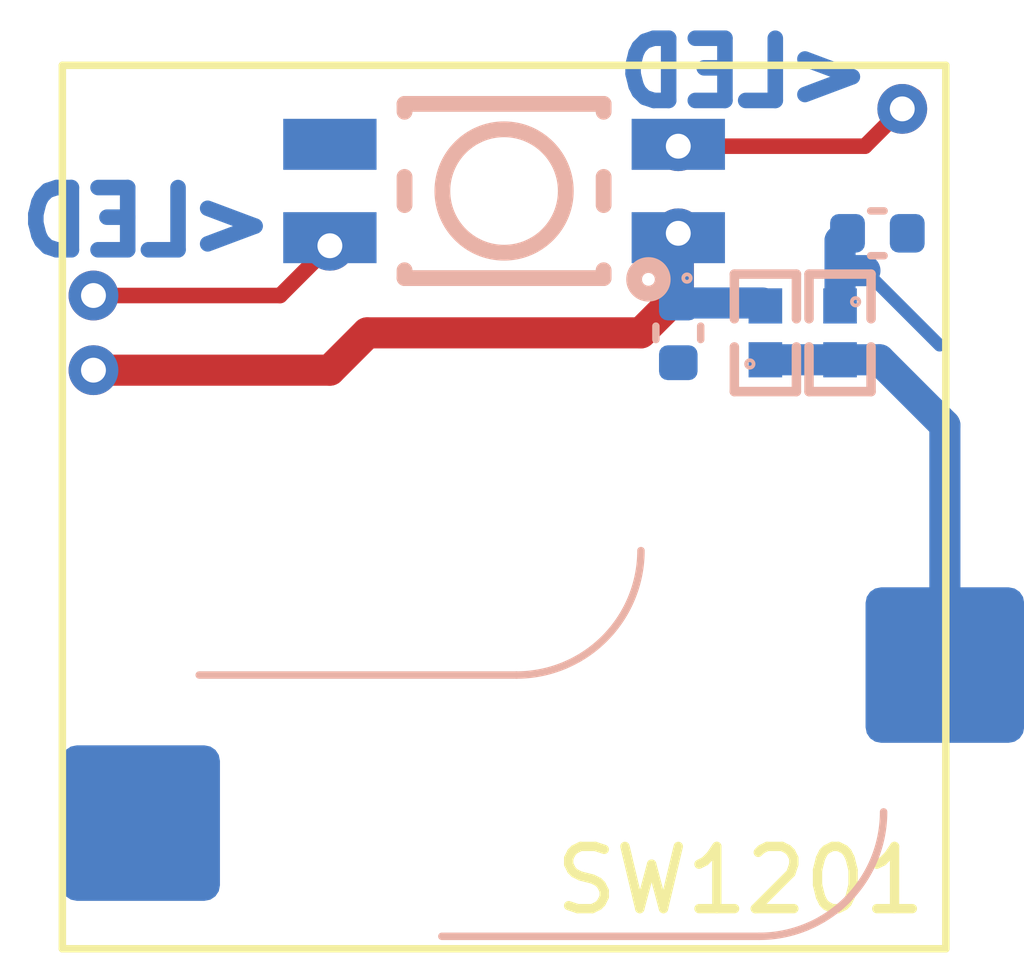
<source format=kicad_pcb>
(kicad_pcb (version 20221018) (generator pcbnew)
  (layers (0 "F.Cu" signal) (31 "B.Cu" signal) (34 "B.Paste" user) (35 "F.Paste" user) (36 "B.SilkS" user "B.Silkscreen") (37 "F.SilkS" user "F.Silkscreen") (38 "B.Mask" user) (39 "F.Mask" user) (44 "Edge.Cuts" user))
  (net 0 "")
  (net 1 "GND")
  (net 2 "+5V")
  (net 3 "/SwitchOutput")
  (net 4 "Net-(RA1201-Pad1)")
  (net 5 "/LEDOutput")
  (net 6 "/LEDInput")
  (footprint "PCM_Switch_Keyboard_Hotswap_Kailh:SW_Hotswap_Kailh_MX" (layer "F.Cu") (at 25.4 25.4 180)
    (fp_text reference "SW1201" (at -3.8 -6) (layer "F.SilkS"))
    (fp_text value "SW_Push" hide)
    (fp_line (start -4.1 -6.9) (end 1 -6.9) (stroke (width 0.12)) (layer "B.SilkS"))
    (fp_line (start -0.2 -2.7) (end 4.9 -2.7) (stroke (width 0.12)) (layer "B.SilkS"))
    (fp_arc (start -6.1 -4.9) (mid -5.514214 -6.314214) (end -4.1 -6.9) (stroke (width 0.12)) (layer "B.SilkS"))
    (fp_arc (start -2.2 -0.7) (mid -1.614214 -2.114214) (end -0.2 -2.7) (stroke (width 0.12)) (layer "B.SilkS"))
    (fp_line (start -7.1 -7.1) (end -7.1 7.1) (stroke (width 0.12)) (layer "F.SilkS"))
    (fp_line (start -7.1 7.1) (end 7.1 7.1) (stroke (width 0.12)) (layer "F.SilkS"))
    (fp_line (start 7.1 -7.1) (end -7.1 -7.1) (stroke (width 0.12)) (layer "F.SilkS"))
    (fp_line (start 7.1 7.1) (end 7.1 -7.1) (stroke (width 0.12)) (layer "F.SilkS"))
    (pad "" np_thru_hole circle (at -5.08 0 180) (size 1.75 1.75) (drill 1.75) (layers "*.Cu" "*.Mask"))
    (pad "" np_thru_hole circle (at -3.81 -2.54 180) (size 3.05 3.05) (drill 3.05) (layers "*.Cu" "*.Mask"))
    (pad "" np_thru_hole circle (at 0 0 180) (size 4 4) (drill 4) (layers "*.Cu" "*.Mask"))
    (pad "" np_thru_hole circle (at 2.54 -5.08 180) (size 3.05 3.05) (drill 3.05) (layers "*.Cu" "*.Mask"))
    (pad "" np_thru_hole circle (at 5.08 0 180) (size 1.75 1.75) (drill 1.75) (layers "*.Cu" "*.Mask"))
    (pad "1" smd roundrect (at -7.085 -2.54 180) (size 2.55 2.5) (layers "B.Cu" "B.Paste" "B.Mask") (roundrect_rratio 0.1) (net 4 "Net-(RA1201-Pad1)"))
    (pad "2" smd roundrect (at 5.842 -5.08 180) (size 2.55 2.5) (layers "B.Cu" "B.Paste" "B.Mask") (roundrect_rratio 0.1) (net 1 "GND"))
  )
  (footprint "footprint:R0402" (layer "B.Cu") (at 30.8 22.6 -90)
    (fp_text reference "RB1201" hide)
    (fp_text value "33kΩ" hide)
    (fp_line (start -0.944247 -0.498603) (end -0.944247 0.498603) (stroke (width 0.1524)) (layer "B.SilkS"))
    (fp_line (start -0.944247 0.498603) (end -0.226213 0.498603) (stroke (width 0.1524)) (layer "B.SilkS"))
    (fp_line (start -0.226213 -0.498603) (end -0.944247 -0.498603) (stroke (width 0.1524)) (layer "B.SilkS"))
    (fp_line (start 0.226213 -0.498603) (end 0.944247 -0.498603) (stroke (width 0.1524)) (layer "B.SilkS"))
    (fp_line (start 0.944247 -0.498603) (end 0.944247 0.498603) (stroke (width 0.1524)) (layer "B.SilkS"))
    (fp_line (start 0.944247 0.498603) (end 0.226213 0.498603) (stroke (width 0.1524)) (layer "B.SilkS"))
    (fp_circle (center -0.5 -0.249987) (end -0.470003 -0.249987) (stroke (width 0.059995)) (fill none) (layer "B.SilkS"))
    (pad "1" smd rect (at -0.432817 0 270) (size 0.565659 0.540005) (layers "B.Cu" "B.Paste" "B.Mask") (net 3 "/SwitchOutput"))
    (pad "2" smd rect (at 0.432817 0 270) (size 0.565659 0.540005) (layers "B.Cu" "B.Paste" "B.Mask") (net 4 "Net-(RA1201-Pad1)"))
  )
  (footprint "Capacitor_SMD:C_0402_1005Metric" (layer "B.Cu") (at 28.2 22.6 90)
    (fp_text reference "CL1201" hide)
    (fp_text value "100nF" hide)
    (fp_line (start -0.107836 -0.36) (end 0.107836 -0.36) (stroke (width 0.12)) (layer "B.SilkS"))
    (fp_line (start -0.107836 0.36) (end 0.107836 0.36) (stroke (width 0.12)) (layer "B.SilkS"))
    (pad "1" smd roundrect (at -0.48 0 90) (size 0.56 0.62) (layers "B.Cu" "B.Paste" "B.Mask") (net 1 "GND"))
    (pad "2" smd roundrect (at 0.48 0 90) (size 0.56 0.62) (layers "B.Cu" "B.Paste" "B.Mask") (net 2 "+5V"))
  )
  (footprint "footprint:R0402" (layer "B.Cu") (at 29.6 22.6 90)
    (fp_text reference "RA1201" hide)
    (fp_text value "68kΩ" hide)
    (fp_line (start -0.944247 -0.498603) (end -0.944247 0.498603) (stroke (width 0.1524)) (layer "B.SilkS"))
    (fp_line (start -0.944247 0.498603) (end -0.226213 0.498603) (stroke (width 0.1524)) (layer "B.SilkS"))
    (fp_line (start -0.226213 -0.498603) (end -0.944247 -0.498603) (stroke (width 0.1524)) (layer "B.SilkS"))
    (fp_line (start 0.226213 -0.498603) (end 0.944247 -0.498603) (stroke (width 0.1524)) (layer "B.SilkS"))
    (fp_line (start 0.944247 -0.498603) (end 0.944247 0.498603) (stroke (width 0.1524)) (layer "B.SilkS"))
    (fp_line (start 0.944247 0.498603) (end 0.226213 0.498603) (stroke (width 0.1524)) (layer "B.SilkS"))
    (fp_circle (center -0.5 -0.249987) (end -0.470003 -0.249987) (stroke (width 0.059995)) (fill none) (layer "B.SilkS"))
    (pad "1" smd rect (at -0.432817 0 90) (size 0.565659 0.540005) (layers "B.Cu" "B.Paste" "B.Mask") (net 4 "Net-(RA1201-Pad1)"))
    (pad "2" smd rect (at 0.432817 0 90) (size 0.565659 0.540005) (layers "B.Cu" "B.Paste" "B.Mask") (net 2 "+5V"))
  )
  (footprint "Capacitor_SMD:C_0402_1005Metric" (layer "B.Cu") (at 31.4 21 180)
    (fp_text reference "CS1201" hide)
    (fp_text value "100nF" hide)
    (fp_line (start -0.107836 -0.36) (end 0.107836 -0.36) (stroke (width 0.12)) (layer "B.SilkS"))
    (fp_line (start -0.107836 0.36) (end 0.107836 0.36) (stroke (width 0.12)) (layer "B.SilkS"))
    (pad "1" smd roundrect (at -0.48 0 180) (size 0.56 0.62) (layers "B.Cu" "B.Paste" "B.Mask") (net 1 "GND"))
    (pad "2" smd roundrect (at 0.48 0 180) (size 0.56 0.62) (layers "B.Cu" "B.Paste" "B.Mask") (net 3 "/SwitchOutput"))
  )
  (footprint "footprint:LED-SMD_L3.2-W2.8-TR" (layer "B.Cu") (at 25.4 20.32)
    (fp_text reference "U1201" hide)
    (fp_text value "SK6812MINI-E_C5149201" hide)
    (fp_line (start -1.6 -1.4) (end 1.6 -1.4) (stroke (width 0.254)) (layer "B.SilkS"))
    (fp_line (start -1.6 -1.273279) (end -1.6 -1.4) (stroke (width 0.254)) (layer "B.SilkS"))
    (fp_line (start -1.6 0.226746) (end -1.6 -0.226746) (stroke (width 0.254)) (layer "B.SilkS"))
    (fp_line (start -1.6 1.4) (end -1.6 1.273279) (stroke (width 0.254)) (layer "B.SilkS"))
    (fp_line (start -1.6 1.4) (end 1.6 1.4) (stroke (width 0.254)) (layer "B.SilkS"))
    (fp_line (start 1.6 -1.273279) (end 1.6 -1.4) (stroke (width 0.254)) (layer "B.SilkS"))
    (fp_line (start 1.6 0.226746) (end 1.6 -0.226746) (stroke (width 0.254)) (layer "B.SilkS"))
    (fp_line (start 1.6 1.4) (end 1.6 1.273279) (stroke (width 0.254)) (layer "B.SilkS"))
    (fp_circle (center 0 0) (end 0.991872 0) (stroke (width 0.254)) (fill none) (layer "B.SilkS"))
    (fp_circle (center 2.31999 1.41999) (end 2.422962 1.41999) (stroke (width 0.254)) (fill none) (layer "B.SilkS"))
    (fp_circle (center 2.940056 1.400051) (end 2.970028 1.400051) (stroke (width 0.059995)) (fill none) (layer "B.SilkS"))
    (pad "1" smd rect (at 2.800102 0.750064 270) (size 0.81999 1.5) (layers "B.Cu" "B.Paste" "B.Mask") (net 2 "+5V"))
    (pad "2" smd rect (at 2.800102 -0.750064 270) (size 0.81999 1.5) (layers "B.Cu" "B.Paste" "B.Mask") (net 5 "/LEDOutput"))
    (pad "3" smd rect (at -2.800102 -0.750064 270) (size 0.81999 1.5) (layers "B.Cu" "B.Paste" "B.Mask") (net 1 "GND"))
    (pad "4" smd rect (at -2.800102 0.750064 270) (size 0.81999 1.5) (layers "B.Cu" "B.Paste" "B.Mask") (net 6 "/LEDInput"))
  )
  (gr_text "<LED" (at 31.4 19) (layer "B.Cu") (effects (font (size 1 1) (thickness 0.25) bold) (justify left bottom mirror)))
  (gr_text "<LED" (at 21.8 21.4) (layer "B.Cu") (effects (font (size 1 1) (thickness 0.25) bold) (justify left bottom mirror)))
  (segment (start 28.2 22) (end 28.2 21) (width 0.5) (layer "F.Cu") (net 2))
  (segment (start 22.6 23.2) (end 23.2 22.6) (width 0.5) (layer "F.Cu") (net 2))
  (segment (start 18.8 23.2) (end 22.6 23.2) (width 0.5) (layer "F.Cu") (net 2))
  (segment (start 27.6 22.6) (end 28.2 22) (width 0.5) (layer "F.Cu") (net 2))
  (segment (start 23.2 22.6) (end 27.6 22.6) (width 0.5) (layer "F.Cu") (net 2))
  (via (at 18.8 23.2) (size 0.8) (drill 0.4) (layers "F.Cu" "B.Cu") (net 2))
  (via (at 28.2 21) (size 0.8) (drill 0.4) (layers "F.Cu" "B.Cu") (net 2))
  (segment (start 28.200102 21.070064) (end 28.2 21) (width 0.5) (layer "B.Cu") (net 2))
  (segment (start 28.200102 22.119898) (end 28.2 22.12) (width 0.25) (layer "B.Cu") (net 2))
  (segment (start 28.200102 22.119898) (end 29.552715 22.119898) (width 0.5) (layer "B.Cu") (net 2))
  (segment (start 29.552715 22.119898) (end 29.6 22.167183) (width 0.25) (layer "B.Cu") (net 2))
  (segment (start 28.2 21) (end 28.200102 22.119898) (width 0.5) (layer "B.Cu") (net 2))
  (segment (start 30.8 21.6) (end 30.8 21.12) (width 0.5) (layer "B.Cu") (net 3))
  (segment (start 31.2 21.6) (end 32.4 22.8) (width 0.2) (layer "B.Cu") (net 3))
  (segment (start 30.8 21.6) (end 31.2 21.6) (width 0.5) (layer "B.Cu") (net 3))
  (segment (start 30.8 21.12) (end 30.92 21) (width 0.5) (layer "B.Cu") (net 3))
  (segment (start 30.8 22.167183) (end 30.8 21.6) (width 0.5) (layer "B.Cu") (net 3))
  (segment (start 29.6 23.032817) (end 30.8 23.032817) (width 0.5) (layer "B.Cu") (net 4))
  (segment (start 31.432817 23.032817) (end 32.485 24.085) (width 0.5) (layer "B.Cu") (net 4))
  (segment (start 30.8 23.032817) (end 31.432817 23.032817) (width 0.5) (layer "B.Cu") (net 4))
  (segment (start 32.485 24.085) (end 32.485 27.94) (width 0.5) (layer "B.Cu") (net 4))
  (segment (start 31.8 19) (end 32 18.8) (width 0.25) (layer "F.Cu") (net 5))
  (segment (start 28.2 19.6) (end 31.2 19.6) (width 0.25) (layer "F.Cu") (net 5))
  (segment (start 31.2 19.6) (end 31.8 19) (width 0.25) (layer "F.Cu") (net 5))
  (via (at 28.2 19.6) (size 0.8) (drill 0.4) (layers "F.Cu" "B.Cu") (net 5))
  (via (at 31.8 19) (size 0.8) (drill 0.4) (layers "F.Cu" "B.Cu") (net 5))
  (segment (start 21.8 22) (end 19 22) (width 0.25) (layer "F.Cu") (net 6))
  (segment (start 19 22) (end 18.8 22) (width 0.25) (layer "F.Cu") (net 6))
  (segment (start 22.6 21.2) (end 21.8 22) (width 0.25) (layer "F.Cu") (net 6))
  (via (at 22.6 21.2) (size 0.8) (drill 0.4) (layers "F.Cu" "B.Cu") (net 6))
  (via (at 18.8 22) (size 0.8) (drill 0.4) (layers "F.Cu" "B.Cu") (net 6))
)
</source>
